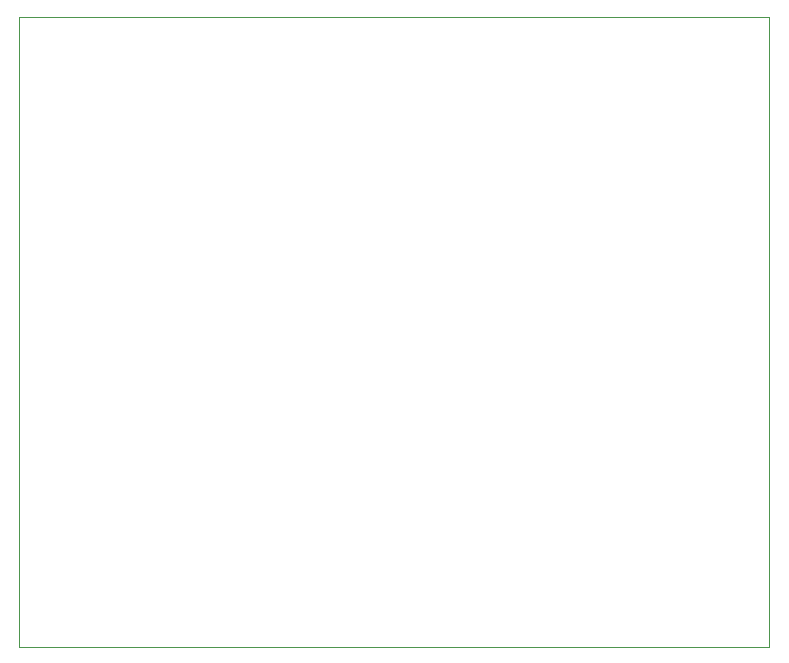
<source format=gbr>
%TF.GenerationSoftware,KiCad,Pcbnew,(6.0.2)*%
%TF.CreationDate,2023-07-03T16:13:52+01:00*%
%TF.ProjectId,Stretchy,53747265-7463-4687-992e-6b696361645f,rev?*%
%TF.SameCoordinates,Original*%
%TF.FileFunction,Profile,NP*%
%FSLAX46Y46*%
G04 Gerber Fmt 4.6, Leading zero omitted, Abs format (unit mm)*
G04 Created by KiCad (PCBNEW (6.0.2)) date 2023-07-03 16:13:52*
%MOMM*%
%LPD*%
G01*
G04 APERTURE LIST*
%TA.AperFunction,Profile*%
%ADD10C,0.100000*%
%TD*%
G04 APERTURE END LIST*
D10*
X93980000Y-66040000D02*
X157480000Y-66040000D01*
X157480000Y-66040000D02*
X157480000Y-119380000D01*
X157480000Y-119380000D02*
X93980000Y-119380000D01*
X93980000Y-119380000D02*
X93980000Y-66040000D01*
M02*

</source>
